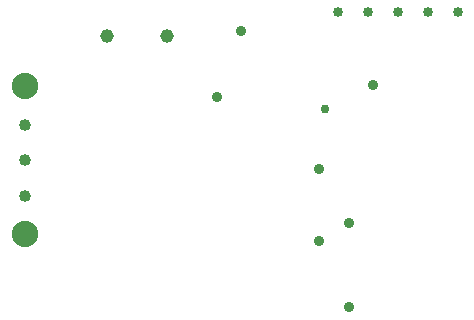
<source format=gbr>
%TF.GenerationSoftware,Altium Limited,Altium Designer,24.0.1 (36)*%
G04 Layer_Color=0*
%FSLAX45Y45*%
%MOMM*%
%TF.SameCoordinates,8CF4B923-E39E-4099-A09F-CB558B098684*%
%TF.FilePolarity,Positive*%
%TF.FileFunction,Plated,1,2,PTH,Drill*%
%TF.Part,Single*%
G01*
G75*
%TA.AperFunction,ComponentDrill*%
%ADD68C,1.01000*%
%ADD69C,2.24000*%
%ADD70C,0.85000*%
%ADD71C,1.15000*%
%TA.AperFunction,ViaDrill,NotFilled*%
%ADD72C,0.90000*%
%ADD73C,0.75000*%
D68*
X350000Y1796415D02*
D03*
Y1496415D02*
D03*
Y1196415D02*
D03*
D69*
Y2121415D02*
D03*
Y871415D02*
D03*
D70*
X4016000Y2750000D02*
D03*
X3000000D02*
D03*
X3254000D02*
D03*
X3508000D02*
D03*
X3762000D02*
D03*
D71*
X1554000Y2550000D02*
D03*
X1046000D02*
D03*
D72*
X3098800Y254000D02*
D03*
X2844800Y812800D02*
D03*
Y1422400D02*
D03*
X2184400Y2590800D02*
D03*
X1981200Y2032000D02*
D03*
X3098800Y965200D02*
D03*
X3302000Y2133600D02*
D03*
D73*
X2895600Y1930400D02*
D03*
%TF.MD5,726a5d6c5a53a9ab162d0675721c0e54*%
M02*

</source>
